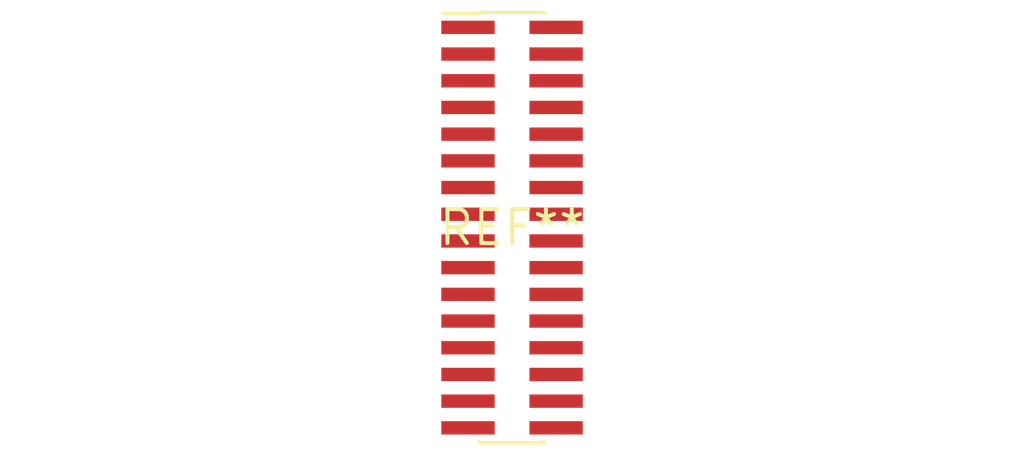
<source format=kicad_pcb>
(kicad_pcb (version 20240108) (generator pcbnew)
  (layers (0 "F.Cu" signal) (31 "B.Cu" signal) (34 "B.Paste" user) (35 "F.Paste" user) (36 "B.SilkS" user "B.Silkscreen") (37 "F.SilkS" user "F.Silkscreen") (38 "B.Mask" user) (39 "F.Mask" user) (44 "Edge.Cuts" user))
  (net 0 "")
  (footprint "PinHeader_2x16_P1.00mm_Vertical_SMD" (layer "F.Cu") (at 0 0)
    (property "Reference" "REF**")
    (property "Value" "PinHeader_2x16_P1.00mm_Vertical_SMD")
    (fp_line (start -2.59 -8.01) (end -1.21 -8.01) (layer "F.SilkS") (stroke (width 0.12)))
    (fp_line (start -1.21 -8.06) (end -1.21 -8.01) (layer "F.SilkS") (stroke (width 0.12)))
    (fp_line (start -1.21 -8.06) (end 1.21 -8.06) (layer "F.SilkS") (stroke (width 0.12)))
    (fp_line (start -1.21 8.01) (end -1.21 8.06) (layer "F.SilkS") (stroke (width 0.12)))
    (fp_line (start -1.21 8.06) (end 1.21 8.06) (layer "F.SilkS") (stroke (width 0.12)))
    (fp_line (start 1.21 -8.06) (end 1.21 -8.01) (layer "F.SilkS") (stroke (width 0.12)))
    (fp_line (start 1.21 8.01) (end 1.21 8.06) (layer "F.SilkS") (stroke (width 0.12)))
    (pad "1" smd rect (at -1.65 -7.5) (size 2 0.5) (layers "F.Cu" "F.Paste" "F.Mask"))
    (pad "2" smd rect (at 1.65 -7.5) (size 2 0.5) (layers "F.Cu" "F.Paste" "F.Mask"))
    (pad "3" smd rect (at -1.65 -6.5) (size 2 0.5) (layers "F.Cu" "F.Paste" "F.Mask"))
    (pad "4" smd rect (at 1.65 -6.5) (size 2 0.5) (layers "F.Cu" "F.Paste" "F.Mask"))
    (pad "5" smd rect (at -1.65 -5.5) (size 2 0.5) (layers "F.Cu" "F.Paste" "F.Mask"))
    (pad "6" smd rect (at 1.65 -5.5) (size 2 0.5) (layers "F.Cu" "F.Paste" "F.Mask"))
    (pad "7" smd rect (at -1.65 -4.5) (size 2 0.5) (layers "F.Cu" "F.Paste" "F.Mask"))
    (pad "8" smd rect (at 1.65 -4.5) (size 2 0.5) (layers "F.Cu" "F.Paste" "F.Mask"))
    (pad "9" smd rect (at -1.65 -3.5) (size 2 0.5) (layers "F.Cu" "F.Paste" "F.Mask"))
    (pad "10" smd rect (at 1.65 -3.5) (size 2 0.5) (layers "F.Cu" "F.Paste" "F.Mask"))
    (pad "11" smd rect (at -1.65 -2.5) (size 2 0.5) (layers "F.Cu" "F.Paste" "F.Mask"))
    (pad "12" smd rect (at 1.65 -2.5) (size 2 0.5) (layers "F.Cu" "F.Paste" "F.Mask"))
    (pad "13" smd rect (at -1.65 -1.5) (size 2 0.5) (layers "F.Cu" "F.Paste" "F.Mask"))
    (pad "14" smd rect (at 1.65 -1.5) (size 2 0.5) (layers "F.Cu" "F.Paste" "F.Mask"))
    (pad "15" smd rect (at -1.65 -0.5) (size 2 0.5) (layers "F.Cu" "F.Paste" "F.Mask"))
    (pad "16" smd rect (at 1.65 -0.5) (size 2 0.5) (layers "F.Cu" "F.Paste" "F.Mask"))
    (pad "17" smd rect (at -1.65 0.5) (size 2 0.5) (layers "F.Cu" "F.Paste" "F.Mask"))
    (pad "18" smd rect (at 1.65 0.5) (size 2 0.5) (layers "F.Cu" "F.Paste" "F.Mask"))
    (pad "19" smd rect (at -1.65 1.5) (size 2 0.5) (layers "F.Cu" "F.Paste" "F.Mask"))
    (pad "20" smd rect (at 1.65 1.5) (size 2 0.5) (layers "F.Cu" "F.Paste" "F.Mask"))
    (pad "21" smd rect (at -1.65 2.5) (size 2 0.5) (layers "F.Cu" "F.Paste" "F.Mask"))
    (pad "22" smd rect (at 1.65 2.5) (size 2 0.5) (layers "F.Cu" "F.Paste" "F.Mask"))
    (pad "23" smd rect (at -1.65 3.5) (size 2 0.5) (layers "F.Cu" "F.Paste" "F.Mask"))
    (pad "24" smd rect (at 1.65 3.5) (size 2 0.5) (layers "F.Cu" "F.Paste" "F.Mask"))
    (pad "25" smd rect (at -1.65 4.5) (size 2 0.5) (layers "F.Cu" "F.Paste" "F.Mask"))
    (pad "26" smd rect (at 1.65 4.5) (size 2 0.5) (layers "F.Cu" "F.Paste" "F.Mask"))
    (pad "27" smd rect (at -1.65 5.5) (size 2 0.5) (layers "F.Cu" "F.Paste" "F.Mask"))
    (pad "28" smd rect (at 1.65 5.5) (size 2 0.5) (layers "F.Cu" "F.Paste" "F.Mask"))
    (pad "29" smd rect (at -1.65 6.5) (size 2 0.5) (layers "F.Cu" "F.Paste" "F.Mask"))
    (pad "30" smd rect (at 1.65 6.5) (size 2 0.5) (layers "F.Cu" "F.Paste" "F.Mask"))
    (pad "31" smd rect (at -1.65 7.5) (size 2 0.5) (layers "F.Cu" "F.Paste" "F.Mask"))
    (pad "32" smd rect (at 1.65 7.5) (size 2 0.5) (layers "F.Cu" "F.Paste" "F.Mask"))
  )
)
</source>
